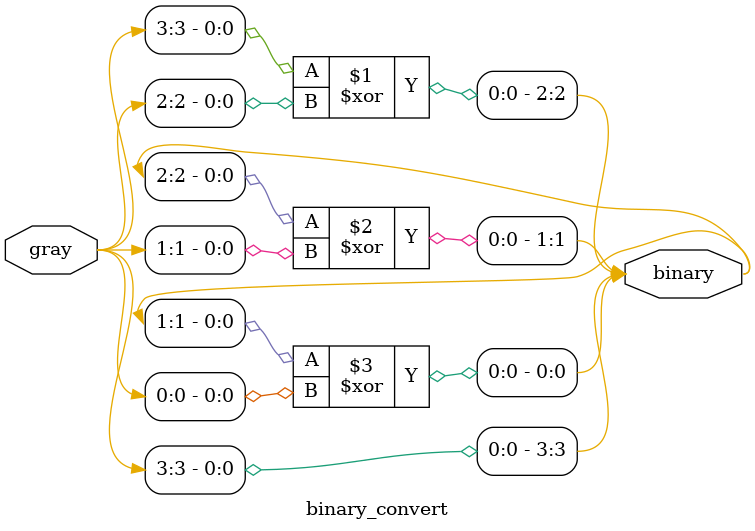
<source format=v>
module gray_convert(
    input [3:0] a,
    output [3:0] gray
);

    assign gray[3] = a[3];
    assign gray[2] = a[3]^a[2];
    assign gray[1] = a[2]^a[1];
    assign gray[0] = a[1]^a[0]; 

endmodule

module binary_convert(
    input [3:0] gray,
    output [3:0] binary
);

    assign binary[3] = gray[3];
    assign binary[2] = binary[3]^gray[2];
    assign binary[1] = binary[2]^gray[1];
    assign binary[0] = binary[1]^gray[0];

endmodule
</source>
